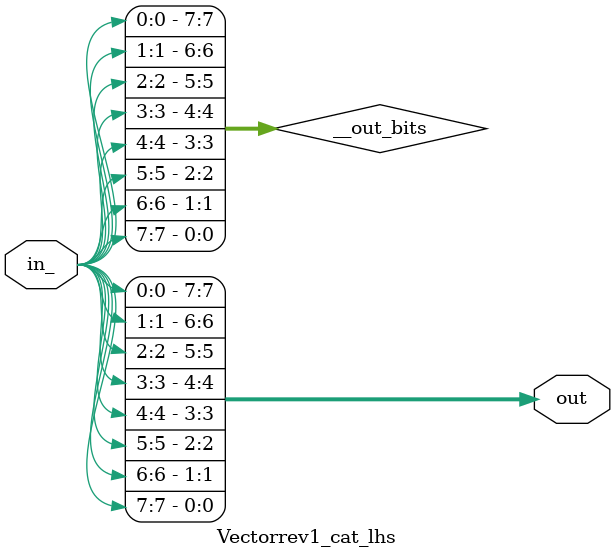
<source format=sv>
module Vectorrev1_cat_lhs(
  input  wire [7:0] in_,
  output wire [7:0] out
);

  // Variables for output ports
  logic [7:0] __out_bits;

  /*
    cat(
        s.out[0],
        s.out[1],
        s.out[2],
        s.out[3],
        s.out[4],
        s.out[5],
        s.out[6],
        s.out[7],
    )[:] @= s.in_
   */
  assign __out_bits[32'h0 +: 1] = in_[7];
  assign __out_bits[32'h1 +: 1] = in_[6];
  assign __out_bits[32'h2 +: 1] = in_[5];
  assign __out_bits[32'h3 +: 1] = in_[4];
  assign __out_bits[32'h4 +: 1] = in_[3];
  assign __out_bits[32'h5 +: 1] = in_[2];
  assign __out_bits[32'h6 +: 1] = in_[1];
  assign __out_bits[32'h7 +: 1] = in_[0];

  assign out = __out_bits;
endmodule

</source>
